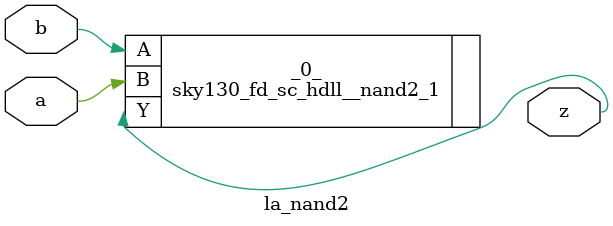
<source format=v>

/* Generated by Yosys 0.37 (git sha1 a5c7f69ed, clang 14.0.0-1ubuntu1.1 -fPIC -Os) */

module la_nand2(a, b, z);
  input a;
  wire a;
  input b;
  wire b;
  output z;
  wire z;
  sky130_fd_sc_hdll__nand2_1 _0_ (
    .A(b),
    .B(a),
    .Y(z)
  );
endmodule

</source>
